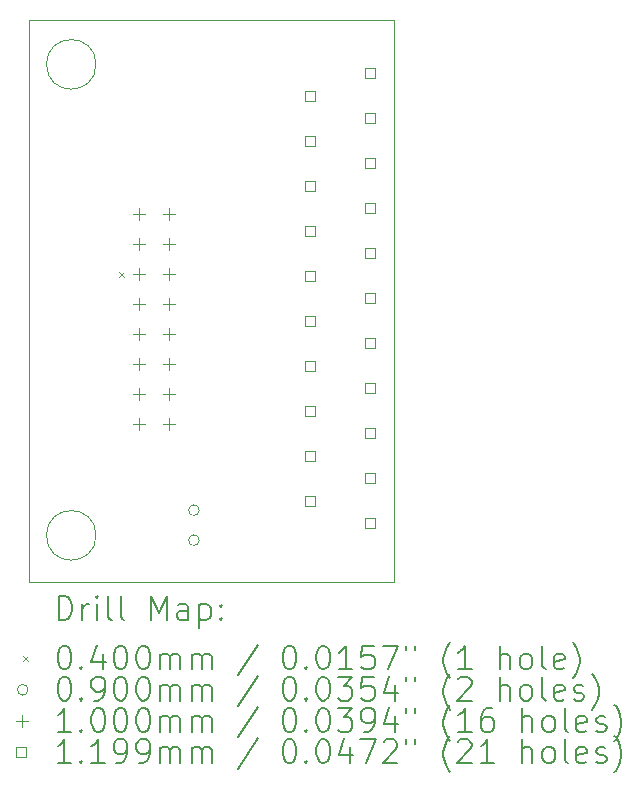
<source format=gbr>
%TF.GenerationSoftware,KiCad,Pcbnew,7.0.8*%
%TF.CreationDate,2024-02-25T14:43:22-05:00*%
%TF.ProjectId,scart breakout,73636172-7420-4627-9265-616b6f75742e,rev?*%
%TF.SameCoordinates,Original*%
%TF.FileFunction,Drillmap*%
%TF.FilePolarity,Positive*%
%FSLAX45Y45*%
G04 Gerber Fmt 4.5, Leading zero omitted, Abs format (unit mm)*
G04 Created by KiCad (PCBNEW 7.0.8) date 2024-02-25 14:43:22*
%MOMM*%
%LPD*%
G01*
G04 APERTURE LIST*
%ADD10C,0.100000*%
%ADD11C,0.200000*%
%ADD12C,0.040000*%
%ADD13C,0.090000*%
%ADD14C,0.119888*%
G04 APERTURE END LIST*
D10*
X2560000Y-1600000D02*
G75*
G03*
X2560000Y-1600000I-210000J0D01*
G01*
X2560000Y-5588000D02*
G75*
G03*
X2560000Y-5588000I-210000J0D01*
G01*
X1989020Y-1220840D02*
X5086560Y-1220840D01*
X5086560Y-5986400D01*
X1989020Y-5986400D01*
X1989020Y-1220840D01*
D11*
D12*
X2758760Y-3358200D02*
X2798760Y-3398200D01*
X2798760Y-3358200D02*
X2758760Y-3398200D01*
D13*
X3433360Y-5374640D02*
G75*
G03*
X3433360Y-5374640I-45000J0D01*
G01*
X3433360Y-5628640D02*
G75*
G03*
X3433360Y-5628640I-45000J0D01*
G01*
D10*
X2921000Y-2820200D02*
X2921000Y-2920200D01*
X2871000Y-2870200D02*
X2971000Y-2870200D01*
X2921000Y-3074200D02*
X2921000Y-3174200D01*
X2871000Y-3124200D02*
X2971000Y-3124200D01*
X2921000Y-3328200D02*
X2921000Y-3428200D01*
X2871000Y-3378200D02*
X2971000Y-3378200D01*
X2921000Y-3582200D02*
X2921000Y-3682200D01*
X2871000Y-3632200D02*
X2971000Y-3632200D01*
X2921000Y-3836200D02*
X2921000Y-3936200D01*
X2871000Y-3886200D02*
X2971000Y-3886200D01*
X2921000Y-4090200D02*
X2921000Y-4190200D01*
X2871000Y-4140200D02*
X2971000Y-4140200D01*
X2921000Y-4344200D02*
X2921000Y-4444200D01*
X2871000Y-4394200D02*
X2971000Y-4394200D01*
X2921000Y-4598200D02*
X2921000Y-4698200D01*
X2871000Y-4648200D02*
X2971000Y-4648200D01*
X3175000Y-2820200D02*
X3175000Y-2920200D01*
X3125000Y-2870200D02*
X3225000Y-2870200D01*
X3175000Y-3074200D02*
X3175000Y-3174200D01*
X3125000Y-3124200D02*
X3225000Y-3124200D01*
X3175000Y-3328200D02*
X3175000Y-3428200D01*
X3125000Y-3378200D02*
X3225000Y-3378200D01*
X3175000Y-3582200D02*
X3175000Y-3682200D01*
X3125000Y-3632200D02*
X3225000Y-3632200D01*
X3175000Y-3836200D02*
X3175000Y-3936200D01*
X3125000Y-3886200D02*
X3225000Y-3886200D01*
X3175000Y-4090200D02*
X3175000Y-4190200D01*
X3125000Y-4140200D02*
X3225000Y-4140200D01*
X3175000Y-4344200D02*
X3175000Y-4444200D01*
X3125000Y-4394200D02*
X3225000Y-4394200D01*
X3175000Y-4598200D02*
X3175000Y-4698200D01*
X3125000Y-4648200D02*
X3225000Y-4648200D01*
D14*
X4416267Y-1906747D02*
X4416267Y-1821973D01*
X4331493Y-1821973D01*
X4331493Y-1906747D01*
X4416267Y-1906747D01*
X4416267Y-2287747D02*
X4416267Y-2202973D01*
X4331493Y-2202973D01*
X4331493Y-2287747D01*
X4416267Y-2287747D01*
X4416267Y-2668747D02*
X4416267Y-2583973D01*
X4331493Y-2583973D01*
X4331493Y-2668747D01*
X4416267Y-2668747D01*
X4416267Y-3049747D02*
X4416267Y-2964973D01*
X4331493Y-2964973D01*
X4331493Y-3049747D01*
X4416267Y-3049747D01*
X4416267Y-3430747D02*
X4416267Y-3345973D01*
X4331493Y-3345973D01*
X4331493Y-3430747D01*
X4416267Y-3430747D01*
X4416267Y-3811747D02*
X4416267Y-3726973D01*
X4331493Y-3726973D01*
X4331493Y-3811747D01*
X4416267Y-3811747D01*
X4416267Y-4192747D02*
X4416267Y-4107973D01*
X4331493Y-4107973D01*
X4331493Y-4192747D01*
X4416267Y-4192747D01*
X4416267Y-4573747D02*
X4416267Y-4488973D01*
X4331493Y-4488973D01*
X4331493Y-4573747D01*
X4416267Y-4573747D01*
X4416267Y-4954747D02*
X4416267Y-4869973D01*
X4331493Y-4869973D01*
X4331493Y-4954747D01*
X4416267Y-4954747D01*
X4416267Y-5335747D02*
X4416267Y-5250973D01*
X4331493Y-5250973D01*
X4331493Y-5335747D01*
X4416267Y-5335747D01*
X4924267Y-1716247D02*
X4924267Y-1631473D01*
X4839493Y-1631473D01*
X4839493Y-1716247D01*
X4924267Y-1716247D01*
X4924267Y-2097247D02*
X4924267Y-2012473D01*
X4839493Y-2012473D01*
X4839493Y-2097247D01*
X4924267Y-2097247D01*
X4924267Y-2478247D02*
X4924267Y-2393473D01*
X4839493Y-2393473D01*
X4839493Y-2478247D01*
X4924267Y-2478247D01*
X4924267Y-2859247D02*
X4924267Y-2774473D01*
X4839493Y-2774473D01*
X4839493Y-2859247D01*
X4924267Y-2859247D01*
X4924267Y-3240247D02*
X4924267Y-3155473D01*
X4839493Y-3155473D01*
X4839493Y-3240247D01*
X4924267Y-3240247D01*
X4924267Y-3621247D02*
X4924267Y-3536473D01*
X4839493Y-3536473D01*
X4839493Y-3621247D01*
X4924267Y-3621247D01*
X4924267Y-4002247D02*
X4924267Y-3917473D01*
X4839493Y-3917473D01*
X4839493Y-4002247D01*
X4924267Y-4002247D01*
X4924267Y-4383247D02*
X4924267Y-4298473D01*
X4839493Y-4298473D01*
X4839493Y-4383247D01*
X4924267Y-4383247D01*
X4924267Y-4764247D02*
X4924267Y-4679473D01*
X4839493Y-4679473D01*
X4839493Y-4764247D01*
X4924267Y-4764247D01*
X4924267Y-5145247D02*
X4924267Y-5060473D01*
X4839493Y-5060473D01*
X4839493Y-5145247D01*
X4924267Y-5145247D01*
X4924267Y-5526247D02*
X4924267Y-5441473D01*
X4839493Y-5441473D01*
X4839493Y-5526247D01*
X4924267Y-5526247D01*
D11*
X2244797Y-6302884D02*
X2244797Y-6102884D01*
X2244797Y-6102884D02*
X2292416Y-6102884D01*
X2292416Y-6102884D02*
X2320987Y-6112408D01*
X2320987Y-6112408D02*
X2340035Y-6131455D01*
X2340035Y-6131455D02*
X2349559Y-6150503D01*
X2349559Y-6150503D02*
X2359083Y-6188598D01*
X2359083Y-6188598D02*
X2359083Y-6217169D01*
X2359083Y-6217169D02*
X2349559Y-6255265D01*
X2349559Y-6255265D02*
X2340035Y-6274312D01*
X2340035Y-6274312D02*
X2320987Y-6293360D01*
X2320987Y-6293360D02*
X2292416Y-6302884D01*
X2292416Y-6302884D02*
X2244797Y-6302884D01*
X2444797Y-6302884D02*
X2444797Y-6169550D01*
X2444797Y-6207646D02*
X2454321Y-6188598D01*
X2454321Y-6188598D02*
X2463844Y-6179074D01*
X2463844Y-6179074D02*
X2482892Y-6169550D01*
X2482892Y-6169550D02*
X2501940Y-6169550D01*
X2568606Y-6302884D02*
X2568606Y-6169550D01*
X2568606Y-6102884D02*
X2559083Y-6112408D01*
X2559083Y-6112408D02*
X2568606Y-6121931D01*
X2568606Y-6121931D02*
X2578130Y-6112408D01*
X2578130Y-6112408D02*
X2568606Y-6102884D01*
X2568606Y-6102884D02*
X2568606Y-6121931D01*
X2692416Y-6302884D02*
X2673368Y-6293360D01*
X2673368Y-6293360D02*
X2663844Y-6274312D01*
X2663844Y-6274312D02*
X2663844Y-6102884D01*
X2797178Y-6302884D02*
X2778130Y-6293360D01*
X2778130Y-6293360D02*
X2768606Y-6274312D01*
X2768606Y-6274312D02*
X2768606Y-6102884D01*
X3025749Y-6302884D02*
X3025749Y-6102884D01*
X3025749Y-6102884D02*
X3092416Y-6245741D01*
X3092416Y-6245741D02*
X3159082Y-6102884D01*
X3159082Y-6102884D02*
X3159082Y-6302884D01*
X3340035Y-6302884D02*
X3340035Y-6198122D01*
X3340035Y-6198122D02*
X3330511Y-6179074D01*
X3330511Y-6179074D02*
X3311463Y-6169550D01*
X3311463Y-6169550D02*
X3273368Y-6169550D01*
X3273368Y-6169550D02*
X3254321Y-6179074D01*
X3340035Y-6293360D02*
X3320987Y-6302884D01*
X3320987Y-6302884D02*
X3273368Y-6302884D01*
X3273368Y-6302884D02*
X3254321Y-6293360D01*
X3254321Y-6293360D02*
X3244797Y-6274312D01*
X3244797Y-6274312D02*
X3244797Y-6255265D01*
X3244797Y-6255265D02*
X3254321Y-6236217D01*
X3254321Y-6236217D02*
X3273368Y-6226693D01*
X3273368Y-6226693D02*
X3320987Y-6226693D01*
X3320987Y-6226693D02*
X3340035Y-6217169D01*
X3435273Y-6169550D02*
X3435273Y-6369550D01*
X3435273Y-6179074D02*
X3454321Y-6169550D01*
X3454321Y-6169550D02*
X3492416Y-6169550D01*
X3492416Y-6169550D02*
X3511463Y-6179074D01*
X3511463Y-6179074D02*
X3520987Y-6188598D01*
X3520987Y-6188598D02*
X3530511Y-6207646D01*
X3530511Y-6207646D02*
X3530511Y-6264788D01*
X3530511Y-6264788D02*
X3520987Y-6283836D01*
X3520987Y-6283836D02*
X3511463Y-6293360D01*
X3511463Y-6293360D02*
X3492416Y-6302884D01*
X3492416Y-6302884D02*
X3454321Y-6302884D01*
X3454321Y-6302884D02*
X3435273Y-6293360D01*
X3616225Y-6283836D02*
X3625749Y-6293360D01*
X3625749Y-6293360D02*
X3616225Y-6302884D01*
X3616225Y-6302884D02*
X3606702Y-6293360D01*
X3606702Y-6293360D02*
X3616225Y-6283836D01*
X3616225Y-6283836D02*
X3616225Y-6302884D01*
X3616225Y-6179074D02*
X3625749Y-6188598D01*
X3625749Y-6188598D02*
X3616225Y-6198122D01*
X3616225Y-6198122D02*
X3606702Y-6188598D01*
X3606702Y-6188598D02*
X3616225Y-6179074D01*
X3616225Y-6179074D02*
X3616225Y-6198122D01*
D12*
X1944020Y-6611400D02*
X1984020Y-6651400D01*
X1984020Y-6611400D02*
X1944020Y-6651400D01*
D11*
X2282892Y-6522884D02*
X2301940Y-6522884D01*
X2301940Y-6522884D02*
X2320987Y-6532408D01*
X2320987Y-6532408D02*
X2330511Y-6541931D01*
X2330511Y-6541931D02*
X2340035Y-6560979D01*
X2340035Y-6560979D02*
X2349559Y-6599074D01*
X2349559Y-6599074D02*
X2349559Y-6646693D01*
X2349559Y-6646693D02*
X2340035Y-6684788D01*
X2340035Y-6684788D02*
X2330511Y-6703836D01*
X2330511Y-6703836D02*
X2320987Y-6713360D01*
X2320987Y-6713360D02*
X2301940Y-6722884D01*
X2301940Y-6722884D02*
X2282892Y-6722884D01*
X2282892Y-6722884D02*
X2263844Y-6713360D01*
X2263844Y-6713360D02*
X2254321Y-6703836D01*
X2254321Y-6703836D02*
X2244797Y-6684788D01*
X2244797Y-6684788D02*
X2235273Y-6646693D01*
X2235273Y-6646693D02*
X2235273Y-6599074D01*
X2235273Y-6599074D02*
X2244797Y-6560979D01*
X2244797Y-6560979D02*
X2254321Y-6541931D01*
X2254321Y-6541931D02*
X2263844Y-6532408D01*
X2263844Y-6532408D02*
X2282892Y-6522884D01*
X2435273Y-6703836D02*
X2444797Y-6713360D01*
X2444797Y-6713360D02*
X2435273Y-6722884D01*
X2435273Y-6722884D02*
X2425749Y-6713360D01*
X2425749Y-6713360D02*
X2435273Y-6703836D01*
X2435273Y-6703836D02*
X2435273Y-6722884D01*
X2616225Y-6589550D02*
X2616225Y-6722884D01*
X2568606Y-6513360D02*
X2520987Y-6656217D01*
X2520987Y-6656217D02*
X2644797Y-6656217D01*
X2759083Y-6522884D02*
X2778130Y-6522884D01*
X2778130Y-6522884D02*
X2797178Y-6532408D01*
X2797178Y-6532408D02*
X2806702Y-6541931D01*
X2806702Y-6541931D02*
X2816225Y-6560979D01*
X2816225Y-6560979D02*
X2825749Y-6599074D01*
X2825749Y-6599074D02*
X2825749Y-6646693D01*
X2825749Y-6646693D02*
X2816225Y-6684788D01*
X2816225Y-6684788D02*
X2806702Y-6703836D01*
X2806702Y-6703836D02*
X2797178Y-6713360D01*
X2797178Y-6713360D02*
X2778130Y-6722884D01*
X2778130Y-6722884D02*
X2759083Y-6722884D01*
X2759083Y-6722884D02*
X2740035Y-6713360D01*
X2740035Y-6713360D02*
X2730511Y-6703836D01*
X2730511Y-6703836D02*
X2720987Y-6684788D01*
X2720987Y-6684788D02*
X2711464Y-6646693D01*
X2711464Y-6646693D02*
X2711464Y-6599074D01*
X2711464Y-6599074D02*
X2720987Y-6560979D01*
X2720987Y-6560979D02*
X2730511Y-6541931D01*
X2730511Y-6541931D02*
X2740035Y-6532408D01*
X2740035Y-6532408D02*
X2759083Y-6522884D01*
X2949559Y-6522884D02*
X2968606Y-6522884D01*
X2968606Y-6522884D02*
X2987654Y-6532408D01*
X2987654Y-6532408D02*
X2997178Y-6541931D01*
X2997178Y-6541931D02*
X3006702Y-6560979D01*
X3006702Y-6560979D02*
X3016225Y-6599074D01*
X3016225Y-6599074D02*
X3016225Y-6646693D01*
X3016225Y-6646693D02*
X3006702Y-6684788D01*
X3006702Y-6684788D02*
X2997178Y-6703836D01*
X2997178Y-6703836D02*
X2987654Y-6713360D01*
X2987654Y-6713360D02*
X2968606Y-6722884D01*
X2968606Y-6722884D02*
X2949559Y-6722884D01*
X2949559Y-6722884D02*
X2930511Y-6713360D01*
X2930511Y-6713360D02*
X2920987Y-6703836D01*
X2920987Y-6703836D02*
X2911463Y-6684788D01*
X2911463Y-6684788D02*
X2901940Y-6646693D01*
X2901940Y-6646693D02*
X2901940Y-6599074D01*
X2901940Y-6599074D02*
X2911463Y-6560979D01*
X2911463Y-6560979D02*
X2920987Y-6541931D01*
X2920987Y-6541931D02*
X2930511Y-6532408D01*
X2930511Y-6532408D02*
X2949559Y-6522884D01*
X3101940Y-6722884D02*
X3101940Y-6589550D01*
X3101940Y-6608598D02*
X3111463Y-6599074D01*
X3111463Y-6599074D02*
X3130511Y-6589550D01*
X3130511Y-6589550D02*
X3159083Y-6589550D01*
X3159083Y-6589550D02*
X3178130Y-6599074D01*
X3178130Y-6599074D02*
X3187654Y-6618122D01*
X3187654Y-6618122D02*
X3187654Y-6722884D01*
X3187654Y-6618122D02*
X3197178Y-6599074D01*
X3197178Y-6599074D02*
X3216225Y-6589550D01*
X3216225Y-6589550D02*
X3244797Y-6589550D01*
X3244797Y-6589550D02*
X3263844Y-6599074D01*
X3263844Y-6599074D02*
X3273368Y-6618122D01*
X3273368Y-6618122D02*
X3273368Y-6722884D01*
X3368606Y-6722884D02*
X3368606Y-6589550D01*
X3368606Y-6608598D02*
X3378130Y-6599074D01*
X3378130Y-6599074D02*
X3397178Y-6589550D01*
X3397178Y-6589550D02*
X3425749Y-6589550D01*
X3425749Y-6589550D02*
X3444797Y-6599074D01*
X3444797Y-6599074D02*
X3454321Y-6618122D01*
X3454321Y-6618122D02*
X3454321Y-6722884D01*
X3454321Y-6618122D02*
X3463844Y-6599074D01*
X3463844Y-6599074D02*
X3482892Y-6589550D01*
X3482892Y-6589550D02*
X3511463Y-6589550D01*
X3511463Y-6589550D02*
X3530511Y-6599074D01*
X3530511Y-6599074D02*
X3540035Y-6618122D01*
X3540035Y-6618122D02*
X3540035Y-6722884D01*
X3930511Y-6513360D02*
X3759083Y-6770503D01*
X4187654Y-6522884D02*
X4206702Y-6522884D01*
X4206702Y-6522884D02*
X4225749Y-6532408D01*
X4225749Y-6532408D02*
X4235273Y-6541931D01*
X4235273Y-6541931D02*
X4244797Y-6560979D01*
X4244797Y-6560979D02*
X4254321Y-6599074D01*
X4254321Y-6599074D02*
X4254321Y-6646693D01*
X4254321Y-6646693D02*
X4244797Y-6684788D01*
X4244797Y-6684788D02*
X4235273Y-6703836D01*
X4235273Y-6703836D02*
X4225749Y-6713360D01*
X4225749Y-6713360D02*
X4206702Y-6722884D01*
X4206702Y-6722884D02*
X4187654Y-6722884D01*
X4187654Y-6722884D02*
X4168606Y-6713360D01*
X4168606Y-6713360D02*
X4159083Y-6703836D01*
X4159083Y-6703836D02*
X4149559Y-6684788D01*
X4149559Y-6684788D02*
X4140035Y-6646693D01*
X4140035Y-6646693D02*
X4140035Y-6599074D01*
X4140035Y-6599074D02*
X4149559Y-6560979D01*
X4149559Y-6560979D02*
X4159083Y-6541931D01*
X4159083Y-6541931D02*
X4168606Y-6532408D01*
X4168606Y-6532408D02*
X4187654Y-6522884D01*
X4340035Y-6703836D02*
X4349559Y-6713360D01*
X4349559Y-6713360D02*
X4340035Y-6722884D01*
X4340035Y-6722884D02*
X4330511Y-6713360D01*
X4330511Y-6713360D02*
X4340035Y-6703836D01*
X4340035Y-6703836D02*
X4340035Y-6722884D01*
X4473368Y-6522884D02*
X4492416Y-6522884D01*
X4492416Y-6522884D02*
X4511464Y-6532408D01*
X4511464Y-6532408D02*
X4520988Y-6541931D01*
X4520988Y-6541931D02*
X4530511Y-6560979D01*
X4530511Y-6560979D02*
X4540035Y-6599074D01*
X4540035Y-6599074D02*
X4540035Y-6646693D01*
X4540035Y-6646693D02*
X4530511Y-6684788D01*
X4530511Y-6684788D02*
X4520988Y-6703836D01*
X4520988Y-6703836D02*
X4511464Y-6713360D01*
X4511464Y-6713360D02*
X4492416Y-6722884D01*
X4492416Y-6722884D02*
X4473368Y-6722884D01*
X4473368Y-6722884D02*
X4454321Y-6713360D01*
X4454321Y-6713360D02*
X4444797Y-6703836D01*
X4444797Y-6703836D02*
X4435273Y-6684788D01*
X4435273Y-6684788D02*
X4425749Y-6646693D01*
X4425749Y-6646693D02*
X4425749Y-6599074D01*
X4425749Y-6599074D02*
X4435273Y-6560979D01*
X4435273Y-6560979D02*
X4444797Y-6541931D01*
X4444797Y-6541931D02*
X4454321Y-6532408D01*
X4454321Y-6532408D02*
X4473368Y-6522884D01*
X4730511Y-6722884D02*
X4616226Y-6722884D01*
X4673368Y-6722884D02*
X4673368Y-6522884D01*
X4673368Y-6522884D02*
X4654321Y-6551455D01*
X4654321Y-6551455D02*
X4635273Y-6570503D01*
X4635273Y-6570503D02*
X4616226Y-6580027D01*
X4911464Y-6522884D02*
X4816226Y-6522884D01*
X4816226Y-6522884D02*
X4806702Y-6618122D01*
X4806702Y-6618122D02*
X4816226Y-6608598D01*
X4816226Y-6608598D02*
X4835273Y-6599074D01*
X4835273Y-6599074D02*
X4882892Y-6599074D01*
X4882892Y-6599074D02*
X4901940Y-6608598D01*
X4901940Y-6608598D02*
X4911464Y-6618122D01*
X4911464Y-6618122D02*
X4920988Y-6637169D01*
X4920988Y-6637169D02*
X4920988Y-6684788D01*
X4920988Y-6684788D02*
X4911464Y-6703836D01*
X4911464Y-6703836D02*
X4901940Y-6713360D01*
X4901940Y-6713360D02*
X4882892Y-6722884D01*
X4882892Y-6722884D02*
X4835273Y-6722884D01*
X4835273Y-6722884D02*
X4816226Y-6713360D01*
X4816226Y-6713360D02*
X4806702Y-6703836D01*
X4987654Y-6522884D02*
X5120988Y-6522884D01*
X5120988Y-6522884D02*
X5035273Y-6722884D01*
X5187654Y-6522884D02*
X5187654Y-6560979D01*
X5263845Y-6522884D02*
X5263845Y-6560979D01*
X5559083Y-6799074D02*
X5549559Y-6789550D01*
X5549559Y-6789550D02*
X5530511Y-6760979D01*
X5530511Y-6760979D02*
X5520988Y-6741931D01*
X5520988Y-6741931D02*
X5511464Y-6713360D01*
X5511464Y-6713360D02*
X5501940Y-6665741D01*
X5501940Y-6665741D02*
X5501940Y-6627646D01*
X5501940Y-6627646D02*
X5511464Y-6580027D01*
X5511464Y-6580027D02*
X5520988Y-6551455D01*
X5520988Y-6551455D02*
X5530511Y-6532408D01*
X5530511Y-6532408D02*
X5549559Y-6503836D01*
X5549559Y-6503836D02*
X5559083Y-6494312D01*
X5740035Y-6722884D02*
X5625749Y-6722884D01*
X5682892Y-6722884D02*
X5682892Y-6522884D01*
X5682892Y-6522884D02*
X5663845Y-6551455D01*
X5663845Y-6551455D02*
X5644797Y-6570503D01*
X5644797Y-6570503D02*
X5625749Y-6580027D01*
X5978130Y-6722884D02*
X5978130Y-6522884D01*
X6063845Y-6722884D02*
X6063845Y-6618122D01*
X6063845Y-6618122D02*
X6054321Y-6599074D01*
X6054321Y-6599074D02*
X6035273Y-6589550D01*
X6035273Y-6589550D02*
X6006702Y-6589550D01*
X6006702Y-6589550D02*
X5987654Y-6599074D01*
X5987654Y-6599074D02*
X5978130Y-6608598D01*
X6187654Y-6722884D02*
X6168607Y-6713360D01*
X6168607Y-6713360D02*
X6159083Y-6703836D01*
X6159083Y-6703836D02*
X6149559Y-6684788D01*
X6149559Y-6684788D02*
X6149559Y-6627646D01*
X6149559Y-6627646D02*
X6159083Y-6608598D01*
X6159083Y-6608598D02*
X6168607Y-6599074D01*
X6168607Y-6599074D02*
X6187654Y-6589550D01*
X6187654Y-6589550D02*
X6216226Y-6589550D01*
X6216226Y-6589550D02*
X6235273Y-6599074D01*
X6235273Y-6599074D02*
X6244797Y-6608598D01*
X6244797Y-6608598D02*
X6254321Y-6627646D01*
X6254321Y-6627646D02*
X6254321Y-6684788D01*
X6254321Y-6684788D02*
X6244797Y-6703836D01*
X6244797Y-6703836D02*
X6235273Y-6713360D01*
X6235273Y-6713360D02*
X6216226Y-6722884D01*
X6216226Y-6722884D02*
X6187654Y-6722884D01*
X6368607Y-6722884D02*
X6349559Y-6713360D01*
X6349559Y-6713360D02*
X6340035Y-6694312D01*
X6340035Y-6694312D02*
X6340035Y-6522884D01*
X6520988Y-6713360D02*
X6501940Y-6722884D01*
X6501940Y-6722884D02*
X6463845Y-6722884D01*
X6463845Y-6722884D02*
X6444797Y-6713360D01*
X6444797Y-6713360D02*
X6435273Y-6694312D01*
X6435273Y-6694312D02*
X6435273Y-6618122D01*
X6435273Y-6618122D02*
X6444797Y-6599074D01*
X6444797Y-6599074D02*
X6463845Y-6589550D01*
X6463845Y-6589550D02*
X6501940Y-6589550D01*
X6501940Y-6589550D02*
X6520988Y-6599074D01*
X6520988Y-6599074D02*
X6530511Y-6618122D01*
X6530511Y-6618122D02*
X6530511Y-6637169D01*
X6530511Y-6637169D02*
X6435273Y-6656217D01*
X6597178Y-6799074D02*
X6606702Y-6789550D01*
X6606702Y-6789550D02*
X6625750Y-6760979D01*
X6625750Y-6760979D02*
X6635273Y-6741931D01*
X6635273Y-6741931D02*
X6644797Y-6713360D01*
X6644797Y-6713360D02*
X6654321Y-6665741D01*
X6654321Y-6665741D02*
X6654321Y-6627646D01*
X6654321Y-6627646D02*
X6644797Y-6580027D01*
X6644797Y-6580027D02*
X6635273Y-6551455D01*
X6635273Y-6551455D02*
X6625750Y-6532408D01*
X6625750Y-6532408D02*
X6606702Y-6503836D01*
X6606702Y-6503836D02*
X6597178Y-6494312D01*
D13*
X1984020Y-6895400D02*
G75*
G03*
X1984020Y-6895400I-45000J0D01*
G01*
D11*
X2282892Y-6786884D02*
X2301940Y-6786884D01*
X2301940Y-6786884D02*
X2320987Y-6796408D01*
X2320987Y-6796408D02*
X2330511Y-6805931D01*
X2330511Y-6805931D02*
X2340035Y-6824979D01*
X2340035Y-6824979D02*
X2349559Y-6863074D01*
X2349559Y-6863074D02*
X2349559Y-6910693D01*
X2349559Y-6910693D02*
X2340035Y-6948788D01*
X2340035Y-6948788D02*
X2330511Y-6967836D01*
X2330511Y-6967836D02*
X2320987Y-6977360D01*
X2320987Y-6977360D02*
X2301940Y-6986884D01*
X2301940Y-6986884D02*
X2282892Y-6986884D01*
X2282892Y-6986884D02*
X2263844Y-6977360D01*
X2263844Y-6977360D02*
X2254321Y-6967836D01*
X2254321Y-6967836D02*
X2244797Y-6948788D01*
X2244797Y-6948788D02*
X2235273Y-6910693D01*
X2235273Y-6910693D02*
X2235273Y-6863074D01*
X2235273Y-6863074D02*
X2244797Y-6824979D01*
X2244797Y-6824979D02*
X2254321Y-6805931D01*
X2254321Y-6805931D02*
X2263844Y-6796408D01*
X2263844Y-6796408D02*
X2282892Y-6786884D01*
X2435273Y-6967836D02*
X2444797Y-6977360D01*
X2444797Y-6977360D02*
X2435273Y-6986884D01*
X2435273Y-6986884D02*
X2425749Y-6977360D01*
X2425749Y-6977360D02*
X2435273Y-6967836D01*
X2435273Y-6967836D02*
X2435273Y-6986884D01*
X2540035Y-6986884D02*
X2578130Y-6986884D01*
X2578130Y-6986884D02*
X2597178Y-6977360D01*
X2597178Y-6977360D02*
X2606702Y-6967836D01*
X2606702Y-6967836D02*
X2625749Y-6939265D01*
X2625749Y-6939265D02*
X2635273Y-6901169D01*
X2635273Y-6901169D02*
X2635273Y-6824979D01*
X2635273Y-6824979D02*
X2625749Y-6805931D01*
X2625749Y-6805931D02*
X2616225Y-6796408D01*
X2616225Y-6796408D02*
X2597178Y-6786884D01*
X2597178Y-6786884D02*
X2559083Y-6786884D01*
X2559083Y-6786884D02*
X2540035Y-6796408D01*
X2540035Y-6796408D02*
X2530511Y-6805931D01*
X2530511Y-6805931D02*
X2520987Y-6824979D01*
X2520987Y-6824979D02*
X2520987Y-6872598D01*
X2520987Y-6872598D02*
X2530511Y-6891646D01*
X2530511Y-6891646D02*
X2540035Y-6901169D01*
X2540035Y-6901169D02*
X2559083Y-6910693D01*
X2559083Y-6910693D02*
X2597178Y-6910693D01*
X2597178Y-6910693D02*
X2616225Y-6901169D01*
X2616225Y-6901169D02*
X2625749Y-6891646D01*
X2625749Y-6891646D02*
X2635273Y-6872598D01*
X2759083Y-6786884D02*
X2778130Y-6786884D01*
X2778130Y-6786884D02*
X2797178Y-6796408D01*
X2797178Y-6796408D02*
X2806702Y-6805931D01*
X2806702Y-6805931D02*
X2816225Y-6824979D01*
X2816225Y-6824979D02*
X2825749Y-6863074D01*
X2825749Y-6863074D02*
X2825749Y-6910693D01*
X2825749Y-6910693D02*
X2816225Y-6948788D01*
X2816225Y-6948788D02*
X2806702Y-6967836D01*
X2806702Y-6967836D02*
X2797178Y-6977360D01*
X2797178Y-6977360D02*
X2778130Y-6986884D01*
X2778130Y-6986884D02*
X2759083Y-6986884D01*
X2759083Y-6986884D02*
X2740035Y-6977360D01*
X2740035Y-6977360D02*
X2730511Y-6967836D01*
X2730511Y-6967836D02*
X2720987Y-6948788D01*
X2720987Y-6948788D02*
X2711464Y-6910693D01*
X2711464Y-6910693D02*
X2711464Y-6863074D01*
X2711464Y-6863074D02*
X2720987Y-6824979D01*
X2720987Y-6824979D02*
X2730511Y-6805931D01*
X2730511Y-6805931D02*
X2740035Y-6796408D01*
X2740035Y-6796408D02*
X2759083Y-6786884D01*
X2949559Y-6786884D02*
X2968606Y-6786884D01*
X2968606Y-6786884D02*
X2987654Y-6796408D01*
X2987654Y-6796408D02*
X2997178Y-6805931D01*
X2997178Y-6805931D02*
X3006702Y-6824979D01*
X3006702Y-6824979D02*
X3016225Y-6863074D01*
X3016225Y-6863074D02*
X3016225Y-6910693D01*
X3016225Y-6910693D02*
X3006702Y-6948788D01*
X3006702Y-6948788D02*
X2997178Y-6967836D01*
X2997178Y-6967836D02*
X2987654Y-6977360D01*
X2987654Y-6977360D02*
X2968606Y-6986884D01*
X2968606Y-6986884D02*
X2949559Y-6986884D01*
X2949559Y-6986884D02*
X2930511Y-6977360D01*
X2930511Y-6977360D02*
X2920987Y-6967836D01*
X2920987Y-6967836D02*
X2911463Y-6948788D01*
X2911463Y-6948788D02*
X2901940Y-6910693D01*
X2901940Y-6910693D02*
X2901940Y-6863074D01*
X2901940Y-6863074D02*
X2911463Y-6824979D01*
X2911463Y-6824979D02*
X2920987Y-6805931D01*
X2920987Y-6805931D02*
X2930511Y-6796408D01*
X2930511Y-6796408D02*
X2949559Y-6786884D01*
X3101940Y-6986884D02*
X3101940Y-6853550D01*
X3101940Y-6872598D02*
X3111463Y-6863074D01*
X3111463Y-6863074D02*
X3130511Y-6853550D01*
X3130511Y-6853550D02*
X3159083Y-6853550D01*
X3159083Y-6853550D02*
X3178130Y-6863074D01*
X3178130Y-6863074D02*
X3187654Y-6882122D01*
X3187654Y-6882122D02*
X3187654Y-6986884D01*
X3187654Y-6882122D02*
X3197178Y-6863074D01*
X3197178Y-6863074D02*
X3216225Y-6853550D01*
X3216225Y-6853550D02*
X3244797Y-6853550D01*
X3244797Y-6853550D02*
X3263844Y-6863074D01*
X3263844Y-6863074D02*
X3273368Y-6882122D01*
X3273368Y-6882122D02*
X3273368Y-6986884D01*
X3368606Y-6986884D02*
X3368606Y-6853550D01*
X3368606Y-6872598D02*
X3378130Y-6863074D01*
X3378130Y-6863074D02*
X3397178Y-6853550D01*
X3397178Y-6853550D02*
X3425749Y-6853550D01*
X3425749Y-6853550D02*
X3444797Y-6863074D01*
X3444797Y-6863074D02*
X3454321Y-6882122D01*
X3454321Y-6882122D02*
X3454321Y-6986884D01*
X3454321Y-6882122D02*
X3463844Y-6863074D01*
X3463844Y-6863074D02*
X3482892Y-6853550D01*
X3482892Y-6853550D02*
X3511463Y-6853550D01*
X3511463Y-6853550D02*
X3530511Y-6863074D01*
X3530511Y-6863074D02*
X3540035Y-6882122D01*
X3540035Y-6882122D02*
X3540035Y-6986884D01*
X3930511Y-6777360D02*
X3759083Y-7034503D01*
X4187654Y-6786884D02*
X4206702Y-6786884D01*
X4206702Y-6786884D02*
X4225749Y-6796408D01*
X4225749Y-6796408D02*
X4235273Y-6805931D01*
X4235273Y-6805931D02*
X4244797Y-6824979D01*
X4244797Y-6824979D02*
X4254321Y-6863074D01*
X4254321Y-6863074D02*
X4254321Y-6910693D01*
X4254321Y-6910693D02*
X4244797Y-6948788D01*
X4244797Y-6948788D02*
X4235273Y-6967836D01*
X4235273Y-6967836D02*
X4225749Y-6977360D01*
X4225749Y-6977360D02*
X4206702Y-6986884D01*
X4206702Y-6986884D02*
X4187654Y-6986884D01*
X4187654Y-6986884D02*
X4168606Y-6977360D01*
X4168606Y-6977360D02*
X4159083Y-6967836D01*
X4159083Y-6967836D02*
X4149559Y-6948788D01*
X4149559Y-6948788D02*
X4140035Y-6910693D01*
X4140035Y-6910693D02*
X4140035Y-6863074D01*
X4140035Y-6863074D02*
X4149559Y-6824979D01*
X4149559Y-6824979D02*
X4159083Y-6805931D01*
X4159083Y-6805931D02*
X4168606Y-6796408D01*
X4168606Y-6796408D02*
X4187654Y-6786884D01*
X4340035Y-6967836D02*
X4349559Y-6977360D01*
X4349559Y-6977360D02*
X4340035Y-6986884D01*
X4340035Y-6986884D02*
X4330511Y-6977360D01*
X4330511Y-6977360D02*
X4340035Y-6967836D01*
X4340035Y-6967836D02*
X4340035Y-6986884D01*
X4473368Y-6786884D02*
X4492416Y-6786884D01*
X4492416Y-6786884D02*
X4511464Y-6796408D01*
X4511464Y-6796408D02*
X4520988Y-6805931D01*
X4520988Y-6805931D02*
X4530511Y-6824979D01*
X4530511Y-6824979D02*
X4540035Y-6863074D01*
X4540035Y-6863074D02*
X4540035Y-6910693D01*
X4540035Y-6910693D02*
X4530511Y-6948788D01*
X4530511Y-6948788D02*
X4520988Y-6967836D01*
X4520988Y-6967836D02*
X4511464Y-6977360D01*
X4511464Y-6977360D02*
X4492416Y-6986884D01*
X4492416Y-6986884D02*
X4473368Y-6986884D01*
X4473368Y-6986884D02*
X4454321Y-6977360D01*
X4454321Y-6977360D02*
X4444797Y-6967836D01*
X4444797Y-6967836D02*
X4435273Y-6948788D01*
X4435273Y-6948788D02*
X4425749Y-6910693D01*
X4425749Y-6910693D02*
X4425749Y-6863074D01*
X4425749Y-6863074D02*
X4435273Y-6824979D01*
X4435273Y-6824979D02*
X4444797Y-6805931D01*
X4444797Y-6805931D02*
X4454321Y-6796408D01*
X4454321Y-6796408D02*
X4473368Y-6786884D01*
X4606702Y-6786884D02*
X4730511Y-6786884D01*
X4730511Y-6786884D02*
X4663845Y-6863074D01*
X4663845Y-6863074D02*
X4692416Y-6863074D01*
X4692416Y-6863074D02*
X4711464Y-6872598D01*
X4711464Y-6872598D02*
X4720988Y-6882122D01*
X4720988Y-6882122D02*
X4730511Y-6901169D01*
X4730511Y-6901169D02*
X4730511Y-6948788D01*
X4730511Y-6948788D02*
X4720988Y-6967836D01*
X4720988Y-6967836D02*
X4711464Y-6977360D01*
X4711464Y-6977360D02*
X4692416Y-6986884D01*
X4692416Y-6986884D02*
X4635273Y-6986884D01*
X4635273Y-6986884D02*
X4616226Y-6977360D01*
X4616226Y-6977360D02*
X4606702Y-6967836D01*
X4911464Y-6786884D02*
X4816226Y-6786884D01*
X4816226Y-6786884D02*
X4806702Y-6882122D01*
X4806702Y-6882122D02*
X4816226Y-6872598D01*
X4816226Y-6872598D02*
X4835273Y-6863074D01*
X4835273Y-6863074D02*
X4882892Y-6863074D01*
X4882892Y-6863074D02*
X4901940Y-6872598D01*
X4901940Y-6872598D02*
X4911464Y-6882122D01*
X4911464Y-6882122D02*
X4920988Y-6901169D01*
X4920988Y-6901169D02*
X4920988Y-6948788D01*
X4920988Y-6948788D02*
X4911464Y-6967836D01*
X4911464Y-6967836D02*
X4901940Y-6977360D01*
X4901940Y-6977360D02*
X4882892Y-6986884D01*
X4882892Y-6986884D02*
X4835273Y-6986884D01*
X4835273Y-6986884D02*
X4816226Y-6977360D01*
X4816226Y-6977360D02*
X4806702Y-6967836D01*
X5092416Y-6853550D02*
X5092416Y-6986884D01*
X5044797Y-6777360D02*
X4997178Y-6920217D01*
X4997178Y-6920217D02*
X5120988Y-6920217D01*
X5187654Y-6786884D02*
X5187654Y-6824979D01*
X5263845Y-6786884D02*
X5263845Y-6824979D01*
X5559083Y-7063074D02*
X5549559Y-7053550D01*
X5549559Y-7053550D02*
X5530511Y-7024979D01*
X5530511Y-7024979D02*
X5520988Y-7005931D01*
X5520988Y-7005931D02*
X5511464Y-6977360D01*
X5511464Y-6977360D02*
X5501940Y-6929741D01*
X5501940Y-6929741D02*
X5501940Y-6891646D01*
X5501940Y-6891646D02*
X5511464Y-6844027D01*
X5511464Y-6844027D02*
X5520988Y-6815455D01*
X5520988Y-6815455D02*
X5530511Y-6796408D01*
X5530511Y-6796408D02*
X5549559Y-6767836D01*
X5549559Y-6767836D02*
X5559083Y-6758312D01*
X5625749Y-6805931D02*
X5635273Y-6796408D01*
X5635273Y-6796408D02*
X5654321Y-6786884D01*
X5654321Y-6786884D02*
X5701940Y-6786884D01*
X5701940Y-6786884D02*
X5720988Y-6796408D01*
X5720988Y-6796408D02*
X5730511Y-6805931D01*
X5730511Y-6805931D02*
X5740035Y-6824979D01*
X5740035Y-6824979D02*
X5740035Y-6844027D01*
X5740035Y-6844027D02*
X5730511Y-6872598D01*
X5730511Y-6872598D02*
X5616226Y-6986884D01*
X5616226Y-6986884D02*
X5740035Y-6986884D01*
X5978130Y-6986884D02*
X5978130Y-6786884D01*
X6063845Y-6986884D02*
X6063845Y-6882122D01*
X6063845Y-6882122D02*
X6054321Y-6863074D01*
X6054321Y-6863074D02*
X6035273Y-6853550D01*
X6035273Y-6853550D02*
X6006702Y-6853550D01*
X6006702Y-6853550D02*
X5987654Y-6863074D01*
X5987654Y-6863074D02*
X5978130Y-6872598D01*
X6187654Y-6986884D02*
X6168607Y-6977360D01*
X6168607Y-6977360D02*
X6159083Y-6967836D01*
X6159083Y-6967836D02*
X6149559Y-6948788D01*
X6149559Y-6948788D02*
X6149559Y-6891646D01*
X6149559Y-6891646D02*
X6159083Y-6872598D01*
X6159083Y-6872598D02*
X6168607Y-6863074D01*
X6168607Y-6863074D02*
X6187654Y-6853550D01*
X6187654Y-6853550D02*
X6216226Y-6853550D01*
X6216226Y-6853550D02*
X6235273Y-6863074D01*
X6235273Y-6863074D02*
X6244797Y-6872598D01*
X6244797Y-6872598D02*
X6254321Y-6891646D01*
X6254321Y-6891646D02*
X6254321Y-6948788D01*
X6254321Y-6948788D02*
X6244797Y-6967836D01*
X6244797Y-6967836D02*
X6235273Y-6977360D01*
X6235273Y-6977360D02*
X6216226Y-6986884D01*
X6216226Y-6986884D02*
X6187654Y-6986884D01*
X6368607Y-6986884D02*
X6349559Y-6977360D01*
X6349559Y-6977360D02*
X6340035Y-6958312D01*
X6340035Y-6958312D02*
X6340035Y-6786884D01*
X6520988Y-6977360D02*
X6501940Y-6986884D01*
X6501940Y-6986884D02*
X6463845Y-6986884D01*
X6463845Y-6986884D02*
X6444797Y-6977360D01*
X6444797Y-6977360D02*
X6435273Y-6958312D01*
X6435273Y-6958312D02*
X6435273Y-6882122D01*
X6435273Y-6882122D02*
X6444797Y-6863074D01*
X6444797Y-6863074D02*
X6463845Y-6853550D01*
X6463845Y-6853550D02*
X6501940Y-6853550D01*
X6501940Y-6853550D02*
X6520988Y-6863074D01*
X6520988Y-6863074D02*
X6530511Y-6882122D01*
X6530511Y-6882122D02*
X6530511Y-6901169D01*
X6530511Y-6901169D02*
X6435273Y-6920217D01*
X6606702Y-6977360D02*
X6625750Y-6986884D01*
X6625750Y-6986884D02*
X6663845Y-6986884D01*
X6663845Y-6986884D02*
X6682892Y-6977360D01*
X6682892Y-6977360D02*
X6692416Y-6958312D01*
X6692416Y-6958312D02*
X6692416Y-6948788D01*
X6692416Y-6948788D02*
X6682892Y-6929741D01*
X6682892Y-6929741D02*
X6663845Y-6920217D01*
X6663845Y-6920217D02*
X6635273Y-6920217D01*
X6635273Y-6920217D02*
X6616226Y-6910693D01*
X6616226Y-6910693D02*
X6606702Y-6891646D01*
X6606702Y-6891646D02*
X6606702Y-6882122D01*
X6606702Y-6882122D02*
X6616226Y-6863074D01*
X6616226Y-6863074D02*
X6635273Y-6853550D01*
X6635273Y-6853550D02*
X6663845Y-6853550D01*
X6663845Y-6853550D02*
X6682892Y-6863074D01*
X6759083Y-7063074D02*
X6768607Y-7053550D01*
X6768607Y-7053550D02*
X6787654Y-7024979D01*
X6787654Y-7024979D02*
X6797178Y-7005931D01*
X6797178Y-7005931D02*
X6806702Y-6977360D01*
X6806702Y-6977360D02*
X6816226Y-6929741D01*
X6816226Y-6929741D02*
X6816226Y-6891646D01*
X6816226Y-6891646D02*
X6806702Y-6844027D01*
X6806702Y-6844027D02*
X6797178Y-6815455D01*
X6797178Y-6815455D02*
X6787654Y-6796408D01*
X6787654Y-6796408D02*
X6768607Y-6767836D01*
X6768607Y-6767836D02*
X6759083Y-6758312D01*
D10*
X1934020Y-7109400D02*
X1934020Y-7209400D01*
X1884020Y-7159400D02*
X1984020Y-7159400D01*
D11*
X2349559Y-7250884D02*
X2235273Y-7250884D01*
X2292416Y-7250884D02*
X2292416Y-7050884D01*
X2292416Y-7050884D02*
X2273368Y-7079455D01*
X2273368Y-7079455D02*
X2254321Y-7098503D01*
X2254321Y-7098503D02*
X2235273Y-7108027D01*
X2435273Y-7231836D02*
X2444797Y-7241360D01*
X2444797Y-7241360D02*
X2435273Y-7250884D01*
X2435273Y-7250884D02*
X2425749Y-7241360D01*
X2425749Y-7241360D02*
X2435273Y-7231836D01*
X2435273Y-7231836D02*
X2435273Y-7250884D01*
X2568606Y-7050884D02*
X2587654Y-7050884D01*
X2587654Y-7050884D02*
X2606702Y-7060408D01*
X2606702Y-7060408D02*
X2616225Y-7069931D01*
X2616225Y-7069931D02*
X2625749Y-7088979D01*
X2625749Y-7088979D02*
X2635273Y-7127074D01*
X2635273Y-7127074D02*
X2635273Y-7174693D01*
X2635273Y-7174693D02*
X2625749Y-7212788D01*
X2625749Y-7212788D02*
X2616225Y-7231836D01*
X2616225Y-7231836D02*
X2606702Y-7241360D01*
X2606702Y-7241360D02*
X2587654Y-7250884D01*
X2587654Y-7250884D02*
X2568606Y-7250884D01*
X2568606Y-7250884D02*
X2549559Y-7241360D01*
X2549559Y-7241360D02*
X2540035Y-7231836D01*
X2540035Y-7231836D02*
X2530511Y-7212788D01*
X2530511Y-7212788D02*
X2520987Y-7174693D01*
X2520987Y-7174693D02*
X2520987Y-7127074D01*
X2520987Y-7127074D02*
X2530511Y-7088979D01*
X2530511Y-7088979D02*
X2540035Y-7069931D01*
X2540035Y-7069931D02*
X2549559Y-7060408D01*
X2549559Y-7060408D02*
X2568606Y-7050884D01*
X2759083Y-7050884D02*
X2778130Y-7050884D01*
X2778130Y-7050884D02*
X2797178Y-7060408D01*
X2797178Y-7060408D02*
X2806702Y-7069931D01*
X2806702Y-7069931D02*
X2816225Y-7088979D01*
X2816225Y-7088979D02*
X2825749Y-7127074D01*
X2825749Y-7127074D02*
X2825749Y-7174693D01*
X2825749Y-7174693D02*
X2816225Y-7212788D01*
X2816225Y-7212788D02*
X2806702Y-7231836D01*
X2806702Y-7231836D02*
X2797178Y-7241360D01*
X2797178Y-7241360D02*
X2778130Y-7250884D01*
X2778130Y-7250884D02*
X2759083Y-7250884D01*
X2759083Y-7250884D02*
X2740035Y-7241360D01*
X2740035Y-7241360D02*
X2730511Y-7231836D01*
X2730511Y-7231836D02*
X2720987Y-7212788D01*
X2720987Y-7212788D02*
X2711464Y-7174693D01*
X2711464Y-7174693D02*
X2711464Y-7127074D01*
X2711464Y-7127074D02*
X2720987Y-7088979D01*
X2720987Y-7088979D02*
X2730511Y-7069931D01*
X2730511Y-7069931D02*
X2740035Y-7060408D01*
X2740035Y-7060408D02*
X2759083Y-7050884D01*
X2949559Y-7050884D02*
X2968606Y-7050884D01*
X2968606Y-7050884D02*
X2987654Y-7060408D01*
X2987654Y-7060408D02*
X2997178Y-7069931D01*
X2997178Y-7069931D02*
X3006702Y-7088979D01*
X3006702Y-7088979D02*
X3016225Y-7127074D01*
X3016225Y-7127074D02*
X3016225Y-7174693D01*
X3016225Y-7174693D02*
X3006702Y-7212788D01*
X3006702Y-7212788D02*
X2997178Y-7231836D01*
X2997178Y-7231836D02*
X2987654Y-7241360D01*
X2987654Y-7241360D02*
X2968606Y-7250884D01*
X2968606Y-7250884D02*
X2949559Y-7250884D01*
X2949559Y-7250884D02*
X2930511Y-7241360D01*
X2930511Y-7241360D02*
X2920987Y-7231836D01*
X2920987Y-7231836D02*
X2911463Y-7212788D01*
X2911463Y-7212788D02*
X2901940Y-7174693D01*
X2901940Y-7174693D02*
X2901940Y-7127074D01*
X2901940Y-7127074D02*
X2911463Y-7088979D01*
X2911463Y-7088979D02*
X2920987Y-7069931D01*
X2920987Y-7069931D02*
X2930511Y-7060408D01*
X2930511Y-7060408D02*
X2949559Y-7050884D01*
X3101940Y-7250884D02*
X3101940Y-7117550D01*
X3101940Y-7136598D02*
X3111463Y-7127074D01*
X3111463Y-7127074D02*
X3130511Y-7117550D01*
X3130511Y-7117550D02*
X3159083Y-7117550D01*
X3159083Y-7117550D02*
X3178130Y-7127074D01*
X3178130Y-7127074D02*
X3187654Y-7146122D01*
X3187654Y-7146122D02*
X3187654Y-7250884D01*
X3187654Y-7146122D02*
X3197178Y-7127074D01*
X3197178Y-7127074D02*
X3216225Y-7117550D01*
X3216225Y-7117550D02*
X3244797Y-7117550D01*
X3244797Y-7117550D02*
X3263844Y-7127074D01*
X3263844Y-7127074D02*
X3273368Y-7146122D01*
X3273368Y-7146122D02*
X3273368Y-7250884D01*
X3368606Y-7250884D02*
X3368606Y-7117550D01*
X3368606Y-7136598D02*
X3378130Y-7127074D01*
X3378130Y-7127074D02*
X3397178Y-7117550D01*
X3397178Y-7117550D02*
X3425749Y-7117550D01*
X3425749Y-7117550D02*
X3444797Y-7127074D01*
X3444797Y-7127074D02*
X3454321Y-7146122D01*
X3454321Y-7146122D02*
X3454321Y-7250884D01*
X3454321Y-7146122D02*
X3463844Y-7127074D01*
X3463844Y-7127074D02*
X3482892Y-7117550D01*
X3482892Y-7117550D02*
X3511463Y-7117550D01*
X3511463Y-7117550D02*
X3530511Y-7127074D01*
X3530511Y-7127074D02*
X3540035Y-7146122D01*
X3540035Y-7146122D02*
X3540035Y-7250884D01*
X3930511Y-7041360D02*
X3759083Y-7298503D01*
X4187654Y-7050884D02*
X4206702Y-7050884D01*
X4206702Y-7050884D02*
X4225749Y-7060408D01*
X4225749Y-7060408D02*
X4235273Y-7069931D01*
X4235273Y-7069931D02*
X4244797Y-7088979D01*
X4244797Y-7088979D02*
X4254321Y-7127074D01*
X4254321Y-7127074D02*
X4254321Y-7174693D01*
X4254321Y-7174693D02*
X4244797Y-7212788D01*
X4244797Y-7212788D02*
X4235273Y-7231836D01*
X4235273Y-7231836D02*
X4225749Y-7241360D01*
X4225749Y-7241360D02*
X4206702Y-7250884D01*
X4206702Y-7250884D02*
X4187654Y-7250884D01*
X4187654Y-7250884D02*
X4168606Y-7241360D01*
X4168606Y-7241360D02*
X4159083Y-7231836D01*
X4159083Y-7231836D02*
X4149559Y-7212788D01*
X4149559Y-7212788D02*
X4140035Y-7174693D01*
X4140035Y-7174693D02*
X4140035Y-7127074D01*
X4140035Y-7127074D02*
X4149559Y-7088979D01*
X4149559Y-7088979D02*
X4159083Y-7069931D01*
X4159083Y-7069931D02*
X4168606Y-7060408D01*
X4168606Y-7060408D02*
X4187654Y-7050884D01*
X4340035Y-7231836D02*
X4349559Y-7241360D01*
X4349559Y-7241360D02*
X4340035Y-7250884D01*
X4340035Y-7250884D02*
X4330511Y-7241360D01*
X4330511Y-7241360D02*
X4340035Y-7231836D01*
X4340035Y-7231836D02*
X4340035Y-7250884D01*
X4473368Y-7050884D02*
X4492416Y-7050884D01*
X4492416Y-7050884D02*
X4511464Y-7060408D01*
X4511464Y-7060408D02*
X4520988Y-7069931D01*
X4520988Y-7069931D02*
X4530511Y-7088979D01*
X4530511Y-7088979D02*
X4540035Y-7127074D01*
X4540035Y-7127074D02*
X4540035Y-7174693D01*
X4540035Y-7174693D02*
X4530511Y-7212788D01*
X4530511Y-7212788D02*
X4520988Y-7231836D01*
X4520988Y-7231836D02*
X4511464Y-7241360D01*
X4511464Y-7241360D02*
X4492416Y-7250884D01*
X4492416Y-7250884D02*
X4473368Y-7250884D01*
X4473368Y-7250884D02*
X4454321Y-7241360D01*
X4454321Y-7241360D02*
X4444797Y-7231836D01*
X4444797Y-7231836D02*
X4435273Y-7212788D01*
X4435273Y-7212788D02*
X4425749Y-7174693D01*
X4425749Y-7174693D02*
X4425749Y-7127074D01*
X4425749Y-7127074D02*
X4435273Y-7088979D01*
X4435273Y-7088979D02*
X4444797Y-7069931D01*
X4444797Y-7069931D02*
X4454321Y-7060408D01*
X4454321Y-7060408D02*
X4473368Y-7050884D01*
X4606702Y-7050884D02*
X4730511Y-7050884D01*
X4730511Y-7050884D02*
X4663845Y-7127074D01*
X4663845Y-7127074D02*
X4692416Y-7127074D01*
X4692416Y-7127074D02*
X4711464Y-7136598D01*
X4711464Y-7136598D02*
X4720988Y-7146122D01*
X4720988Y-7146122D02*
X4730511Y-7165169D01*
X4730511Y-7165169D02*
X4730511Y-7212788D01*
X4730511Y-7212788D02*
X4720988Y-7231836D01*
X4720988Y-7231836D02*
X4711464Y-7241360D01*
X4711464Y-7241360D02*
X4692416Y-7250884D01*
X4692416Y-7250884D02*
X4635273Y-7250884D01*
X4635273Y-7250884D02*
X4616226Y-7241360D01*
X4616226Y-7241360D02*
X4606702Y-7231836D01*
X4825749Y-7250884D02*
X4863845Y-7250884D01*
X4863845Y-7250884D02*
X4882892Y-7241360D01*
X4882892Y-7241360D02*
X4892416Y-7231836D01*
X4892416Y-7231836D02*
X4911464Y-7203265D01*
X4911464Y-7203265D02*
X4920988Y-7165169D01*
X4920988Y-7165169D02*
X4920988Y-7088979D01*
X4920988Y-7088979D02*
X4911464Y-7069931D01*
X4911464Y-7069931D02*
X4901940Y-7060408D01*
X4901940Y-7060408D02*
X4882892Y-7050884D01*
X4882892Y-7050884D02*
X4844797Y-7050884D01*
X4844797Y-7050884D02*
X4825749Y-7060408D01*
X4825749Y-7060408D02*
X4816226Y-7069931D01*
X4816226Y-7069931D02*
X4806702Y-7088979D01*
X4806702Y-7088979D02*
X4806702Y-7136598D01*
X4806702Y-7136598D02*
X4816226Y-7155646D01*
X4816226Y-7155646D02*
X4825749Y-7165169D01*
X4825749Y-7165169D02*
X4844797Y-7174693D01*
X4844797Y-7174693D02*
X4882892Y-7174693D01*
X4882892Y-7174693D02*
X4901940Y-7165169D01*
X4901940Y-7165169D02*
X4911464Y-7155646D01*
X4911464Y-7155646D02*
X4920988Y-7136598D01*
X5092416Y-7117550D02*
X5092416Y-7250884D01*
X5044797Y-7041360D02*
X4997178Y-7184217D01*
X4997178Y-7184217D02*
X5120988Y-7184217D01*
X5187654Y-7050884D02*
X5187654Y-7088979D01*
X5263845Y-7050884D02*
X5263845Y-7088979D01*
X5559083Y-7327074D02*
X5549559Y-7317550D01*
X5549559Y-7317550D02*
X5530511Y-7288979D01*
X5530511Y-7288979D02*
X5520988Y-7269931D01*
X5520988Y-7269931D02*
X5511464Y-7241360D01*
X5511464Y-7241360D02*
X5501940Y-7193741D01*
X5501940Y-7193741D02*
X5501940Y-7155646D01*
X5501940Y-7155646D02*
X5511464Y-7108027D01*
X5511464Y-7108027D02*
X5520988Y-7079455D01*
X5520988Y-7079455D02*
X5530511Y-7060408D01*
X5530511Y-7060408D02*
X5549559Y-7031836D01*
X5549559Y-7031836D02*
X5559083Y-7022312D01*
X5740035Y-7250884D02*
X5625749Y-7250884D01*
X5682892Y-7250884D02*
X5682892Y-7050884D01*
X5682892Y-7050884D02*
X5663845Y-7079455D01*
X5663845Y-7079455D02*
X5644797Y-7098503D01*
X5644797Y-7098503D02*
X5625749Y-7108027D01*
X5911464Y-7050884D02*
X5873368Y-7050884D01*
X5873368Y-7050884D02*
X5854321Y-7060408D01*
X5854321Y-7060408D02*
X5844797Y-7069931D01*
X5844797Y-7069931D02*
X5825749Y-7098503D01*
X5825749Y-7098503D02*
X5816226Y-7136598D01*
X5816226Y-7136598D02*
X5816226Y-7212788D01*
X5816226Y-7212788D02*
X5825749Y-7231836D01*
X5825749Y-7231836D02*
X5835273Y-7241360D01*
X5835273Y-7241360D02*
X5854321Y-7250884D01*
X5854321Y-7250884D02*
X5892416Y-7250884D01*
X5892416Y-7250884D02*
X5911464Y-7241360D01*
X5911464Y-7241360D02*
X5920988Y-7231836D01*
X5920988Y-7231836D02*
X5930511Y-7212788D01*
X5930511Y-7212788D02*
X5930511Y-7165169D01*
X5930511Y-7165169D02*
X5920988Y-7146122D01*
X5920988Y-7146122D02*
X5911464Y-7136598D01*
X5911464Y-7136598D02*
X5892416Y-7127074D01*
X5892416Y-7127074D02*
X5854321Y-7127074D01*
X5854321Y-7127074D02*
X5835273Y-7136598D01*
X5835273Y-7136598D02*
X5825749Y-7146122D01*
X5825749Y-7146122D02*
X5816226Y-7165169D01*
X6168607Y-7250884D02*
X6168607Y-7050884D01*
X6254321Y-7250884D02*
X6254321Y-7146122D01*
X6254321Y-7146122D02*
X6244797Y-7127074D01*
X6244797Y-7127074D02*
X6225750Y-7117550D01*
X6225750Y-7117550D02*
X6197178Y-7117550D01*
X6197178Y-7117550D02*
X6178130Y-7127074D01*
X6178130Y-7127074D02*
X6168607Y-7136598D01*
X6378130Y-7250884D02*
X6359083Y-7241360D01*
X6359083Y-7241360D02*
X6349559Y-7231836D01*
X6349559Y-7231836D02*
X6340035Y-7212788D01*
X6340035Y-7212788D02*
X6340035Y-7155646D01*
X6340035Y-7155646D02*
X6349559Y-7136598D01*
X6349559Y-7136598D02*
X6359083Y-7127074D01*
X6359083Y-7127074D02*
X6378130Y-7117550D01*
X6378130Y-7117550D02*
X6406702Y-7117550D01*
X6406702Y-7117550D02*
X6425750Y-7127074D01*
X6425750Y-7127074D02*
X6435273Y-7136598D01*
X6435273Y-7136598D02*
X6444797Y-7155646D01*
X6444797Y-7155646D02*
X6444797Y-7212788D01*
X6444797Y-7212788D02*
X6435273Y-7231836D01*
X6435273Y-7231836D02*
X6425750Y-7241360D01*
X6425750Y-7241360D02*
X6406702Y-7250884D01*
X6406702Y-7250884D02*
X6378130Y-7250884D01*
X6559083Y-7250884D02*
X6540035Y-7241360D01*
X6540035Y-7241360D02*
X6530511Y-7222312D01*
X6530511Y-7222312D02*
X6530511Y-7050884D01*
X6711464Y-7241360D02*
X6692416Y-7250884D01*
X6692416Y-7250884D02*
X6654321Y-7250884D01*
X6654321Y-7250884D02*
X6635273Y-7241360D01*
X6635273Y-7241360D02*
X6625750Y-7222312D01*
X6625750Y-7222312D02*
X6625750Y-7146122D01*
X6625750Y-7146122D02*
X6635273Y-7127074D01*
X6635273Y-7127074D02*
X6654321Y-7117550D01*
X6654321Y-7117550D02*
X6692416Y-7117550D01*
X6692416Y-7117550D02*
X6711464Y-7127074D01*
X6711464Y-7127074D02*
X6720988Y-7146122D01*
X6720988Y-7146122D02*
X6720988Y-7165169D01*
X6720988Y-7165169D02*
X6625750Y-7184217D01*
X6797178Y-7241360D02*
X6816226Y-7250884D01*
X6816226Y-7250884D02*
X6854321Y-7250884D01*
X6854321Y-7250884D02*
X6873369Y-7241360D01*
X6873369Y-7241360D02*
X6882892Y-7222312D01*
X6882892Y-7222312D02*
X6882892Y-7212788D01*
X6882892Y-7212788D02*
X6873369Y-7193741D01*
X6873369Y-7193741D02*
X6854321Y-7184217D01*
X6854321Y-7184217D02*
X6825750Y-7184217D01*
X6825750Y-7184217D02*
X6806702Y-7174693D01*
X6806702Y-7174693D02*
X6797178Y-7155646D01*
X6797178Y-7155646D02*
X6797178Y-7146122D01*
X6797178Y-7146122D02*
X6806702Y-7127074D01*
X6806702Y-7127074D02*
X6825750Y-7117550D01*
X6825750Y-7117550D02*
X6854321Y-7117550D01*
X6854321Y-7117550D02*
X6873369Y-7127074D01*
X6949559Y-7327074D02*
X6959083Y-7317550D01*
X6959083Y-7317550D02*
X6978131Y-7288979D01*
X6978131Y-7288979D02*
X6987654Y-7269931D01*
X6987654Y-7269931D02*
X6997178Y-7241360D01*
X6997178Y-7241360D02*
X7006702Y-7193741D01*
X7006702Y-7193741D02*
X7006702Y-7155646D01*
X7006702Y-7155646D02*
X6997178Y-7108027D01*
X6997178Y-7108027D02*
X6987654Y-7079455D01*
X6987654Y-7079455D02*
X6978131Y-7060408D01*
X6978131Y-7060408D02*
X6959083Y-7031836D01*
X6959083Y-7031836D02*
X6949559Y-7022312D01*
D14*
X1966463Y-7465787D02*
X1966463Y-7381013D01*
X1881689Y-7381013D01*
X1881689Y-7465787D01*
X1966463Y-7465787D01*
D11*
X2349559Y-7514884D02*
X2235273Y-7514884D01*
X2292416Y-7514884D02*
X2292416Y-7314884D01*
X2292416Y-7314884D02*
X2273368Y-7343455D01*
X2273368Y-7343455D02*
X2254321Y-7362503D01*
X2254321Y-7362503D02*
X2235273Y-7372027D01*
X2435273Y-7495836D02*
X2444797Y-7505360D01*
X2444797Y-7505360D02*
X2435273Y-7514884D01*
X2435273Y-7514884D02*
X2425749Y-7505360D01*
X2425749Y-7505360D02*
X2435273Y-7495836D01*
X2435273Y-7495836D02*
X2435273Y-7514884D01*
X2635273Y-7514884D02*
X2520987Y-7514884D01*
X2578130Y-7514884D02*
X2578130Y-7314884D01*
X2578130Y-7314884D02*
X2559083Y-7343455D01*
X2559083Y-7343455D02*
X2540035Y-7362503D01*
X2540035Y-7362503D02*
X2520987Y-7372027D01*
X2730511Y-7514884D02*
X2768606Y-7514884D01*
X2768606Y-7514884D02*
X2787654Y-7505360D01*
X2787654Y-7505360D02*
X2797178Y-7495836D01*
X2797178Y-7495836D02*
X2816225Y-7467265D01*
X2816225Y-7467265D02*
X2825749Y-7429169D01*
X2825749Y-7429169D02*
X2825749Y-7352979D01*
X2825749Y-7352979D02*
X2816225Y-7333931D01*
X2816225Y-7333931D02*
X2806702Y-7324408D01*
X2806702Y-7324408D02*
X2787654Y-7314884D01*
X2787654Y-7314884D02*
X2749559Y-7314884D01*
X2749559Y-7314884D02*
X2730511Y-7324408D01*
X2730511Y-7324408D02*
X2720987Y-7333931D01*
X2720987Y-7333931D02*
X2711464Y-7352979D01*
X2711464Y-7352979D02*
X2711464Y-7400598D01*
X2711464Y-7400598D02*
X2720987Y-7419646D01*
X2720987Y-7419646D02*
X2730511Y-7429169D01*
X2730511Y-7429169D02*
X2749559Y-7438693D01*
X2749559Y-7438693D02*
X2787654Y-7438693D01*
X2787654Y-7438693D02*
X2806702Y-7429169D01*
X2806702Y-7429169D02*
X2816225Y-7419646D01*
X2816225Y-7419646D02*
X2825749Y-7400598D01*
X2920987Y-7514884D02*
X2959082Y-7514884D01*
X2959082Y-7514884D02*
X2978130Y-7505360D01*
X2978130Y-7505360D02*
X2987654Y-7495836D01*
X2987654Y-7495836D02*
X3006702Y-7467265D01*
X3006702Y-7467265D02*
X3016225Y-7429169D01*
X3016225Y-7429169D02*
X3016225Y-7352979D01*
X3016225Y-7352979D02*
X3006702Y-7333931D01*
X3006702Y-7333931D02*
X2997178Y-7324408D01*
X2997178Y-7324408D02*
X2978130Y-7314884D01*
X2978130Y-7314884D02*
X2940035Y-7314884D01*
X2940035Y-7314884D02*
X2920987Y-7324408D01*
X2920987Y-7324408D02*
X2911463Y-7333931D01*
X2911463Y-7333931D02*
X2901940Y-7352979D01*
X2901940Y-7352979D02*
X2901940Y-7400598D01*
X2901940Y-7400598D02*
X2911463Y-7419646D01*
X2911463Y-7419646D02*
X2920987Y-7429169D01*
X2920987Y-7429169D02*
X2940035Y-7438693D01*
X2940035Y-7438693D02*
X2978130Y-7438693D01*
X2978130Y-7438693D02*
X2997178Y-7429169D01*
X2997178Y-7429169D02*
X3006702Y-7419646D01*
X3006702Y-7419646D02*
X3016225Y-7400598D01*
X3101940Y-7514884D02*
X3101940Y-7381550D01*
X3101940Y-7400598D02*
X3111463Y-7391074D01*
X3111463Y-7391074D02*
X3130511Y-7381550D01*
X3130511Y-7381550D02*
X3159083Y-7381550D01*
X3159083Y-7381550D02*
X3178130Y-7391074D01*
X3178130Y-7391074D02*
X3187654Y-7410122D01*
X3187654Y-7410122D02*
X3187654Y-7514884D01*
X3187654Y-7410122D02*
X3197178Y-7391074D01*
X3197178Y-7391074D02*
X3216225Y-7381550D01*
X3216225Y-7381550D02*
X3244797Y-7381550D01*
X3244797Y-7381550D02*
X3263844Y-7391074D01*
X3263844Y-7391074D02*
X3273368Y-7410122D01*
X3273368Y-7410122D02*
X3273368Y-7514884D01*
X3368606Y-7514884D02*
X3368606Y-7381550D01*
X3368606Y-7400598D02*
X3378130Y-7391074D01*
X3378130Y-7391074D02*
X3397178Y-7381550D01*
X3397178Y-7381550D02*
X3425749Y-7381550D01*
X3425749Y-7381550D02*
X3444797Y-7391074D01*
X3444797Y-7391074D02*
X3454321Y-7410122D01*
X3454321Y-7410122D02*
X3454321Y-7514884D01*
X3454321Y-7410122D02*
X3463844Y-7391074D01*
X3463844Y-7391074D02*
X3482892Y-7381550D01*
X3482892Y-7381550D02*
X3511463Y-7381550D01*
X3511463Y-7381550D02*
X3530511Y-7391074D01*
X3530511Y-7391074D02*
X3540035Y-7410122D01*
X3540035Y-7410122D02*
X3540035Y-7514884D01*
X3930511Y-7305360D02*
X3759083Y-7562503D01*
X4187654Y-7314884D02*
X4206702Y-7314884D01*
X4206702Y-7314884D02*
X4225749Y-7324408D01*
X4225749Y-7324408D02*
X4235273Y-7333931D01*
X4235273Y-7333931D02*
X4244797Y-7352979D01*
X4244797Y-7352979D02*
X4254321Y-7391074D01*
X4254321Y-7391074D02*
X4254321Y-7438693D01*
X4254321Y-7438693D02*
X4244797Y-7476788D01*
X4244797Y-7476788D02*
X4235273Y-7495836D01*
X4235273Y-7495836D02*
X4225749Y-7505360D01*
X4225749Y-7505360D02*
X4206702Y-7514884D01*
X4206702Y-7514884D02*
X4187654Y-7514884D01*
X4187654Y-7514884D02*
X4168606Y-7505360D01*
X4168606Y-7505360D02*
X4159083Y-7495836D01*
X4159083Y-7495836D02*
X4149559Y-7476788D01*
X4149559Y-7476788D02*
X4140035Y-7438693D01*
X4140035Y-7438693D02*
X4140035Y-7391074D01*
X4140035Y-7391074D02*
X4149559Y-7352979D01*
X4149559Y-7352979D02*
X4159083Y-7333931D01*
X4159083Y-7333931D02*
X4168606Y-7324408D01*
X4168606Y-7324408D02*
X4187654Y-7314884D01*
X4340035Y-7495836D02*
X4349559Y-7505360D01*
X4349559Y-7505360D02*
X4340035Y-7514884D01*
X4340035Y-7514884D02*
X4330511Y-7505360D01*
X4330511Y-7505360D02*
X4340035Y-7495836D01*
X4340035Y-7495836D02*
X4340035Y-7514884D01*
X4473368Y-7314884D02*
X4492416Y-7314884D01*
X4492416Y-7314884D02*
X4511464Y-7324408D01*
X4511464Y-7324408D02*
X4520988Y-7333931D01*
X4520988Y-7333931D02*
X4530511Y-7352979D01*
X4530511Y-7352979D02*
X4540035Y-7391074D01*
X4540035Y-7391074D02*
X4540035Y-7438693D01*
X4540035Y-7438693D02*
X4530511Y-7476788D01*
X4530511Y-7476788D02*
X4520988Y-7495836D01*
X4520988Y-7495836D02*
X4511464Y-7505360D01*
X4511464Y-7505360D02*
X4492416Y-7514884D01*
X4492416Y-7514884D02*
X4473368Y-7514884D01*
X4473368Y-7514884D02*
X4454321Y-7505360D01*
X4454321Y-7505360D02*
X4444797Y-7495836D01*
X4444797Y-7495836D02*
X4435273Y-7476788D01*
X4435273Y-7476788D02*
X4425749Y-7438693D01*
X4425749Y-7438693D02*
X4425749Y-7391074D01*
X4425749Y-7391074D02*
X4435273Y-7352979D01*
X4435273Y-7352979D02*
X4444797Y-7333931D01*
X4444797Y-7333931D02*
X4454321Y-7324408D01*
X4454321Y-7324408D02*
X4473368Y-7314884D01*
X4711464Y-7381550D02*
X4711464Y-7514884D01*
X4663845Y-7305360D02*
X4616226Y-7448217D01*
X4616226Y-7448217D02*
X4740035Y-7448217D01*
X4797178Y-7314884D02*
X4930511Y-7314884D01*
X4930511Y-7314884D02*
X4844797Y-7514884D01*
X4997178Y-7333931D02*
X5006702Y-7324408D01*
X5006702Y-7324408D02*
X5025749Y-7314884D01*
X5025749Y-7314884D02*
X5073369Y-7314884D01*
X5073369Y-7314884D02*
X5092416Y-7324408D01*
X5092416Y-7324408D02*
X5101940Y-7333931D01*
X5101940Y-7333931D02*
X5111464Y-7352979D01*
X5111464Y-7352979D02*
X5111464Y-7372027D01*
X5111464Y-7372027D02*
X5101940Y-7400598D01*
X5101940Y-7400598D02*
X4987654Y-7514884D01*
X4987654Y-7514884D02*
X5111464Y-7514884D01*
X5187654Y-7314884D02*
X5187654Y-7352979D01*
X5263845Y-7314884D02*
X5263845Y-7352979D01*
X5559083Y-7591074D02*
X5549559Y-7581550D01*
X5549559Y-7581550D02*
X5530511Y-7552979D01*
X5530511Y-7552979D02*
X5520988Y-7533931D01*
X5520988Y-7533931D02*
X5511464Y-7505360D01*
X5511464Y-7505360D02*
X5501940Y-7457741D01*
X5501940Y-7457741D02*
X5501940Y-7419646D01*
X5501940Y-7419646D02*
X5511464Y-7372027D01*
X5511464Y-7372027D02*
X5520988Y-7343455D01*
X5520988Y-7343455D02*
X5530511Y-7324408D01*
X5530511Y-7324408D02*
X5549559Y-7295836D01*
X5549559Y-7295836D02*
X5559083Y-7286312D01*
X5625749Y-7333931D02*
X5635273Y-7324408D01*
X5635273Y-7324408D02*
X5654321Y-7314884D01*
X5654321Y-7314884D02*
X5701940Y-7314884D01*
X5701940Y-7314884D02*
X5720988Y-7324408D01*
X5720988Y-7324408D02*
X5730511Y-7333931D01*
X5730511Y-7333931D02*
X5740035Y-7352979D01*
X5740035Y-7352979D02*
X5740035Y-7372027D01*
X5740035Y-7372027D02*
X5730511Y-7400598D01*
X5730511Y-7400598D02*
X5616226Y-7514884D01*
X5616226Y-7514884D02*
X5740035Y-7514884D01*
X5930511Y-7514884D02*
X5816226Y-7514884D01*
X5873368Y-7514884D02*
X5873368Y-7314884D01*
X5873368Y-7314884D02*
X5854321Y-7343455D01*
X5854321Y-7343455D02*
X5835273Y-7362503D01*
X5835273Y-7362503D02*
X5816226Y-7372027D01*
X6168607Y-7514884D02*
X6168607Y-7314884D01*
X6254321Y-7514884D02*
X6254321Y-7410122D01*
X6254321Y-7410122D02*
X6244797Y-7391074D01*
X6244797Y-7391074D02*
X6225750Y-7381550D01*
X6225750Y-7381550D02*
X6197178Y-7381550D01*
X6197178Y-7381550D02*
X6178130Y-7391074D01*
X6178130Y-7391074D02*
X6168607Y-7400598D01*
X6378130Y-7514884D02*
X6359083Y-7505360D01*
X6359083Y-7505360D02*
X6349559Y-7495836D01*
X6349559Y-7495836D02*
X6340035Y-7476788D01*
X6340035Y-7476788D02*
X6340035Y-7419646D01*
X6340035Y-7419646D02*
X6349559Y-7400598D01*
X6349559Y-7400598D02*
X6359083Y-7391074D01*
X6359083Y-7391074D02*
X6378130Y-7381550D01*
X6378130Y-7381550D02*
X6406702Y-7381550D01*
X6406702Y-7381550D02*
X6425750Y-7391074D01*
X6425750Y-7391074D02*
X6435273Y-7400598D01*
X6435273Y-7400598D02*
X6444797Y-7419646D01*
X6444797Y-7419646D02*
X6444797Y-7476788D01*
X6444797Y-7476788D02*
X6435273Y-7495836D01*
X6435273Y-7495836D02*
X6425750Y-7505360D01*
X6425750Y-7505360D02*
X6406702Y-7514884D01*
X6406702Y-7514884D02*
X6378130Y-7514884D01*
X6559083Y-7514884D02*
X6540035Y-7505360D01*
X6540035Y-7505360D02*
X6530511Y-7486312D01*
X6530511Y-7486312D02*
X6530511Y-7314884D01*
X6711464Y-7505360D02*
X6692416Y-7514884D01*
X6692416Y-7514884D02*
X6654321Y-7514884D01*
X6654321Y-7514884D02*
X6635273Y-7505360D01*
X6635273Y-7505360D02*
X6625750Y-7486312D01*
X6625750Y-7486312D02*
X6625750Y-7410122D01*
X6625750Y-7410122D02*
X6635273Y-7391074D01*
X6635273Y-7391074D02*
X6654321Y-7381550D01*
X6654321Y-7381550D02*
X6692416Y-7381550D01*
X6692416Y-7381550D02*
X6711464Y-7391074D01*
X6711464Y-7391074D02*
X6720988Y-7410122D01*
X6720988Y-7410122D02*
X6720988Y-7429169D01*
X6720988Y-7429169D02*
X6625750Y-7448217D01*
X6797178Y-7505360D02*
X6816226Y-7514884D01*
X6816226Y-7514884D02*
X6854321Y-7514884D01*
X6854321Y-7514884D02*
X6873369Y-7505360D01*
X6873369Y-7505360D02*
X6882892Y-7486312D01*
X6882892Y-7486312D02*
X6882892Y-7476788D01*
X6882892Y-7476788D02*
X6873369Y-7457741D01*
X6873369Y-7457741D02*
X6854321Y-7448217D01*
X6854321Y-7448217D02*
X6825750Y-7448217D01*
X6825750Y-7448217D02*
X6806702Y-7438693D01*
X6806702Y-7438693D02*
X6797178Y-7419646D01*
X6797178Y-7419646D02*
X6797178Y-7410122D01*
X6797178Y-7410122D02*
X6806702Y-7391074D01*
X6806702Y-7391074D02*
X6825750Y-7381550D01*
X6825750Y-7381550D02*
X6854321Y-7381550D01*
X6854321Y-7381550D02*
X6873369Y-7391074D01*
X6949559Y-7591074D02*
X6959083Y-7581550D01*
X6959083Y-7581550D02*
X6978131Y-7552979D01*
X6978131Y-7552979D02*
X6987654Y-7533931D01*
X6987654Y-7533931D02*
X6997178Y-7505360D01*
X6997178Y-7505360D02*
X7006702Y-7457741D01*
X7006702Y-7457741D02*
X7006702Y-7419646D01*
X7006702Y-7419646D02*
X6997178Y-7372027D01*
X6997178Y-7372027D02*
X6987654Y-7343455D01*
X6987654Y-7343455D02*
X6978131Y-7324408D01*
X6978131Y-7324408D02*
X6959083Y-7295836D01*
X6959083Y-7295836D02*
X6949559Y-7286312D01*
M02*

</source>
